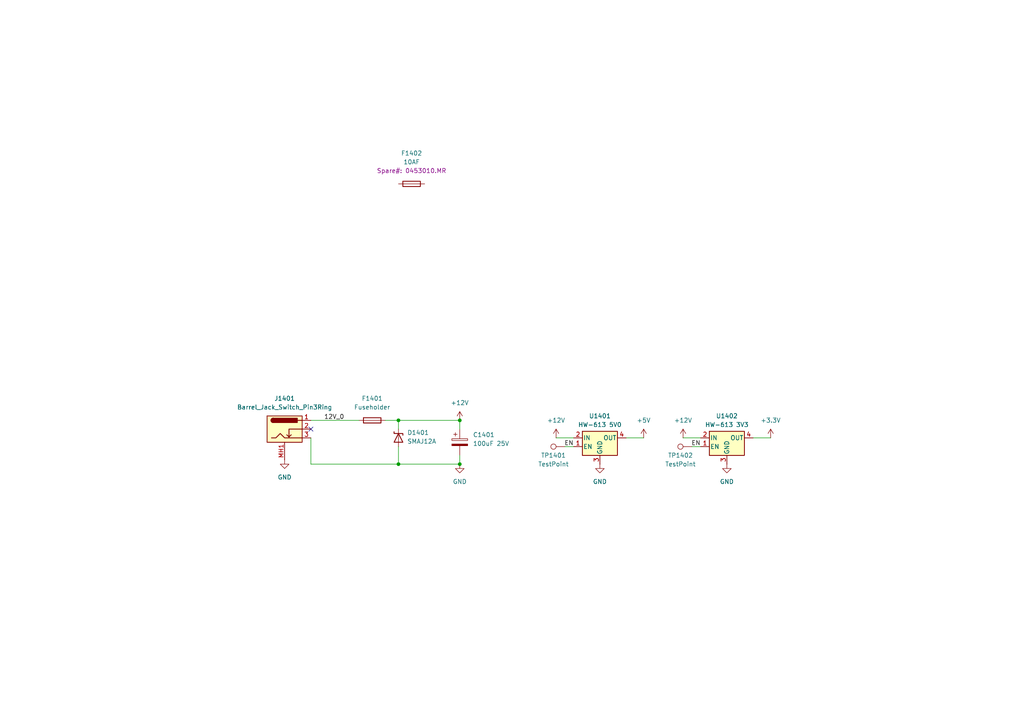
<source format=kicad_sch>
(kicad_sch (version 20231120) (generator "eeschema") (generator_version "8.0")
  (paper "A4")
  (lib_symbols
    (symbol "Connector:TestPoint" (pin_numbers hide) (pin_names (offset 0.762) hide)
      (property "Reference" "TP" (at 0 6.858 0))
      (property "Value" "TestPoint" (at 0 5.08 0))
      (symbol "TestPoint_0_1"
        (circle (center 0 3.302) (radius 0.762))
      )
      (symbol "TestPoint_1_1"
        (pin passive line (at 0 0 90) (length 2.54) (name "1") (number "1"))
      )
    )
    (symbol "DCJ250-15-A-K1-C:Barrel_Jack_Switch_Pin3Ring" (pin_names hide)
      (property "Reference" "J101" (at 0 8.89 0))
      (property "Value" "Barrel_Jack_Switch_Pin3Ring" (at 0 6.35 0))
      (symbol "Barrel_Jack_Switch_Pin3Ring_0_1"
        (rectangle (start -5.08 3.81) (end 5.08 -3.81) (stroke (width 0.254)) (fill (type background)))
        (arc (start -3.302 3.175) (mid -3.9343 2.54) (end -3.302 1.905) (stroke (width 0.254)))
        (arc (start -3.302 3.175) (mid -3.9343 2.54) (end -3.302 1.905) (stroke (width 0.254)) (fill (type outline)))
        (polyline (pts (xy 1.27 -2.286) (xy 1.905 -1.651)) (stroke (width 0.254)))
        (polyline (pts (xy 5.08 2.54) (xy 3.81 2.54)) (stroke (width 0.254)))
        (polyline (pts (xy 5.08 0) (xy 1.27 0) (xy 1.27 -2.286) (xy 0.635 -1.651)) (stroke (width 0.254)))
        (polyline (pts (xy -3.81 -2.54) (xy -2.54 -2.54) (xy -1.27 -1.27) (xy 0 -2.54) (xy 2.54 -2.54) (xy 5.08 -2.54)) (stroke (width 0.254)))
        (rectangle (start 3.683 3.175) (end -3.302 1.905) (stroke (width 0.254)) (fill (type outline)))
      )
      (symbol "Barrel_Jack_Switch_Pin3Ring_1_1"
        (pin passive line (at 7.62 2.54 180) (length 2.54) (name "~") (number "1"))
        (pin passive line (at 7.62 0 180) (length 2.54) (name "~") (number "2"))
        (pin passive line (at 7.62 -2.54 180) (length 2.54) (name "~") (number "3"))
        (pin passive line (at 0 -8.89 90) (length 5.08) (name "~") (number "MH1"))
      )
    )
    (symbol "Device:C_Polarized" (pin_numbers hide) (pin_names (offset 0.254))
      (property "Reference" "C" (at 0.635 2.54 0))
      (property "Value" "C_Polarized" (at 0.635 -2.54 0))
      (symbol "C_Polarized_0_1"
        (rectangle (start -2.286 0.508) (end 2.286 1.016))
        (polyline (pts (xy -1.778 2.286) (xy -0.762 2.286)))
        (polyline (pts (xy -1.27 2.794) (xy -1.27 1.778)))
        (rectangle (start 2.286 -0.508) (end -2.286 -1.016) (fill (type outline)))
      )
      (symbol "C_Polarized_1_1"
        (pin passive line (at 0 3.81 270) (length 2.794) (name "~") (number "1"))
        (pin passive line (at 0 -3.81 90) (length 2.794) (name "~") (number "2"))
      )
    )
    (symbol "Device:Fuse" (pin_numbers hide) (pin_names (offset 0))
      (property "Reference" "F" (at 2.032 0 90))
      (property "Value" "Fuse" (at -1.905 0 90))
      (symbol "Fuse_0_1"
        (rectangle (start -0.762 -2.54) (end 0.762 2.54) (stroke (width 0.254)))
        (polyline (pts (xy 0 2.54) (xy 0 -2.54)))
      )
      (symbol "Fuse_1_1"
        (pin passive line (at 0 3.81 270) (length 1.27) (name "~") (number "1"))
        (pin passive line (at 0 -3.81 90) (length 1.27) (name "~") (number "2"))
      )
    )
    (symbol "HW-613:HW-613" (pin_names (offset 0.254))
      (property "Reference" "U101" (at 0 6.35 0))
      (property "Value" "HW-613 5V" (at 0 3.81 0))
      (symbol "HW-613_0_1"
        (rectangle (start -5.08 1.905) (end 5.08 -5.08) (stroke (width 0.254)) (fill (type background)))
      )
      (symbol "HW-613_1_1"
        (pin power_out line (at -7.62 -2.54 0) (length 2.54) (name "EN") (number "1"))
        (pin power_in line (at -7.62 0 0) (length 2.54) (name "IN") (number "2"))
        (pin power_in line (at 0 -7.62 90) (length 2.54) (name "GND") (number "3"))
        (pin power_out line (at 7.62 0 180) (length 2.54) (name "OUT") (number "4"))
      )
    )
    (symbol "Kharars-KiCAD-lib:D_TVS_UNI" (pin_numbers hide) (pin_names (offset 1.016) hide)
      (property "Reference" "D" (at 0 2.54 0))
      (property "Value" "D_TVS_UNI" (at 0 -2.54 0))
      (symbol "D_TVS_UNI_0_1"
        (polyline (pts (xy -1.27 0) (xy 1.27 1.27) (xy 1.27 -1.27) (xy -1.27 0)) (stroke (width 0.254)))
        (polyline (pts (xy -0.762 1.27) (xy -1.27 1.27) (xy -1.27 -1.27) (xy -1.778 -1.27)) (stroke (width 0.254)))
      )
      (symbol "D_TVS_UNI_1_1"
        (pin passive line (at -2.54 0 0) (length 2.54) (name "A1") (number "1"))
        (pin passive line (at 2.54 0 180) (length 2.54) (name "A2") (number "2"))
      )
    )
    (symbol "power:+12V" (power) (pin_numbers hide) (pin_names (offset 0) hide)
      (property "Value" "+12V" (at 0 3.556 0))
      (symbol "+12V_0_1"
        (polyline (pts (xy -0.762 1.27) (xy 0 2.54)))
        (polyline (pts (xy 0 0) (xy 0 2.54)))
        (polyline (pts (xy 0 2.54) (xy 0.762 1.27)))
      )
      (symbol "+12V_1_1"
        (pin power_in line (at 0 0 90) (length 0) (name "~") (number "1"))
      )
    )
    (symbol "power:+3.3V" (power) (pin_numbers hide) (pin_names (offset 0) hide)
      (property "Value" "+3.3V" (at 0 3.556 0))
      (symbol "+3.3V_0_1"
        (polyline (pts (xy -0.762 1.27) (xy 0 2.54)))
        (polyline (pts (xy 0 0) (xy 0 2.54)))
        (polyline (pts (xy 0 2.54) (xy 0.762 1.27)))
      )
      (symbol "+3.3V_1_1"
        (pin power_in line (at 0 0 90) (length 0) (name "~") (number "1"))
      )
    )
    (symbol "power:+5V" (power) (pin_numbers hide) (pin_names (offset 0) hide)
      (property "Value" "+5V" (at 0 3.556 0))
      (symbol "+5V_0_1"
        (polyline (pts (xy -0.762 1.27) (xy 0 2.54)))
        (polyline (pts (xy 0 0) (xy 0 2.54)))
        (polyline (pts (xy 0 2.54) (xy 0.762 1.27)))
      )
      (symbol "+5V_1_1"
        (pin power_in line (at 0 0 90) (length 0) (name "~") (number "1"))
      )
    )
    (symbol "power:GND" (power) (pin_numbers hide) (pin_names (offset 0) hide)
      (property "Value" "GND" (at 0 -3.81 0))
      (symbol "GND_0_1"
        (polyline (pts (xy 0 0) (xy 0 -1.27) (xy 1.27 -1.27) (xy 0 -2.54) (xy -1.27 -1.27) (xy 0 -1.27)))
      )
      (symbol "GND_1_1"
        (pin power_in line (at 0 0 270) (length 0) (name "~") (number "1"))
      )
    )
  )
  (junction (at 133.35 121.92))
  (junction (at 115.57 121.92))
  (junction (at 133.35 134.62))
  (junction (at 115.57 134.62))
  (no_connect (at 90.17 124.46))
  (wire (pts (xy 90.17 134.62) (xy 115.57 134.62)))
  (wire (pts (xy 181.61 127) (xy 186.69 127)))
  (wire (pts (xy 111.76 121.92) (xy 115.57 121.92)))
  (wire (pts (xy 198.12 127) (xy 203.2 127)))
  (wire (pts (xy 115.57 121.92) (xy 133.35 121.92)))
  (wire (pts (xy 90.17 127) (xy 90.17 134.62)))
  (wire (pts (xy 133.35 121.92) (xy 133.35 124.46)))
  (wire (pts (xy 115.57 121.92) (xy 115.57 124.46)))
  (wire (pts (xy 133.35 132.08) (xy 133.35 134.62)))
  (wire (pts (xy 115.57 129.54) (xy 115.57 134.62)))
  (wire (pts (xy 90.17 121.92) (xy 104.14 121.92)))
  (wire (pts (xy 200.66 129.54) (xy 203.2 129.54)))
  (wire (pts (xy 218.44 127) (xy 223.52 127)))
  (wire (pts (xy 163.83 129.54) (xy 166.37 129.54)))
  (wire (pts (xy 115.57 134.62) (xy 133.35 134.62)))
  (wire (pts (xy 161.29 127) (xy 166.37 127)))
  (label "12V_0" (at 93.98 121.92 0))
  (label "EN" (at 203.2 129.54 180))
  (label "EN" (at 166.37 129.54 180))
  (symbol (lib_id "Connector:TestPoint") (at 200.66 129.54 90) (mirror x) (unit 1)
    (property "Reference" "TP1402" (at 197.358 132.08 90))
    (property "Value" "TestPoint" (at 197.358 134.62 90))
    (property "Footprint" "TestPoint:TestPoint_Pad_D1.5mm" (effects (hide yes)))
    (property "Description" "test point" (effects (hide yes)))
    (property "Mouser Part Number" "-" (effects (hide yes)))
  )
  (symbol (lib_id "power:+3.3V") (at 223.52 127 0) (unit 1)
    (property "Reference" "#PWR01405" (effects (hide yes)))
    (property "Value" "+3.3V" (at 223.52 121.92 0))
    (property "Description" "Power symbol creates a global label with name \"+3.3V\"" (effects (hide yes)))
  )
  (symbol (lib_id "power:GND") (at 133.35 134.62 0) (unit 1)
    (property "Reference" "#PWR01407" (effects (hide yes)))
    (property "Value" "GND" (at 133.35 139.7 0))
    (property "Description" "Power symbol creates a global label with name \"GND\" , ground" (effects (hide yes)))
  )
  (symbol (lib_id "Device:C_Polarized") (at 133.35 128.27 0) (unit 1)
    (property "Reference" "C1401" (at 137.16 126.1109 0) (effects (justify left)))
    (property "Value" "100uF 25V" (at 137.16 128.6509 0) (effects (justify left)))
    (property "Footprint" "Capacitor_SMD:CP_Elec_8x10.5" (effects (hide yes)))
    (property "Description" "Polarized capacitor" (effects (hide yes)))
    (property "Mouser Part Number" "667-EEE-HC1E101P" (effects (hide yes)))
  )
  (symbol (lib_id "power:GND") (at 210.82 134.62 0) (unit 1)
    (property "Reference" "#PWR01409" (effects (hide yes)))
    (property "Value" "GND" (at 210.82 139.7 0))
    (property "Description" "Power symbol creates a global label with name \"GND\" , ground" (effects (hide yes)))
  )
  (symbol (lib_id "HW-613:HW-613") (at 210.82 127 0) (unit 1)
    (property "Reference" "U1402" (at 210.82 120.65 0))
    (property "Value" "HW-613 3V3" (at 210.82 123.19 0))
    (property "Footprint" "Libraries:HW-613" (effects (hide yes)))
    (property "Mouser Part Number" "649-1012938090402ALF" (effects (hide yes)))
  )
  (symbol (lib_id "Device:Fuse") (at 107.95 121.92 270) (unit 1)
    (property "Reference" "F1401" (at 107.95 115.57 90))
    (property "Value" "Fuseholder" (at 107.95 118.11 90))
    (property "Footprint" "Libraries:Fuseholder_Cylinder-5x20mm_Wuerth_696103101002-SMD_Horizontal_Open" (effects (hide yes)))
    (property "Description" "Fuse" (effects (hide yes)))
    (property "Mouser Part Number" "710-696103101002" (effects (hide yes)))
  )
  (symbol (lib_id "power:+12V") (at 161.29 127 0) (unit 1)
    (property "Reference" "#PWR01402" (effects (hide yes)))
    (property "Value" "+12V" (at 161.29 121.92 0))
    (property "Description" "Power symbol creates a global label with name \"+12V\"" (effects (hide yes)))
  )
  (symbol (lib_id "power:+12V") (at 198.12 127 0) (unit 1)
    (property "Reference" "#PWR01404" (effects (hide yes)))
    (property "Value" "+12V" (at 198.12 121.92 0))
    (property "Description" "Power symbol creates a global label with name \"+12V\"" (effects (hide yes)))
  )
  (symbol (lib_id "power:GND") (at 173.99 134.62 0) (unit 1)
    (property "Reference" "#PWR01408" (effects (hide yes)))
    (property "Value" "GND" (at 173.99 139.7 0))
    (property "Description" "Power symbol creates a global label with name \"GND\" , ground" (effects (hide yes)))
  )
  (symbol (lib_id "power:+5V") (at 186.69 127 0) (unit 1)
    (property "Reference" "#PWR01403" (effects (hide yes)))
    (property "Value" "+5V" (at 186.69 121.92 0))
    (property "Description" "Power symbol creates a global label with name \"+5V\"" (effects (hide yes)))
  )
  (symbol (lib_id "HW-613:HW-613") (at 173.99 127 0) (unit 1)
    (property "Reference" "U1401" (at 173.99 120.65 0))
    (property "Value" "HW-613 5V0" (at 173.99 123.19 0))
    (property "Footprint" "Libraries:HW-613" (effects (hide yes)))
    (property "Mouser Part Number" "649-1012938090402ALF" (effects (hide yes)))
  )
  (symbol (lib_id "Connector:TestPoint") (at 163.83 129.54 90) (mirror x) (unit 1)
    (property "Reference" "TP1401" (at 160.528 132.08 90))
    (property "Value" "TestPoint" (at 160.528 134.62 90))
    (property "Footprint" "TestPoint:TestPoint_Pad_D1.5mm" (effects (hide yes)))
    (property "Description" "test point" (effects (hide yes)))
    (property "Mouser Part Number" "-" (effects (hide yes)))
  )
  (symbol (lib_id "power:+12V") (at 133.35 121.92 0) (unit 1)
    (property "Reference" "#PWR01401" (effects (hide yes)))
    (property "Value" "+12V" (at 133.35 116.84 0))
    (property "Description" "Power symbol creates a global label with name \"+12V\"" (effects (hide yes)))
  )
  (symbol (lib_id "power:GND") (at 82.55 133.35 0) (unit 1)
    (property "Reference" "#PWR01406" (effects (hide yes)))
    (property "Value" "GND" (at 82.55 138.43 0))
    (property "Description" "Power symbol creates a global label with name \"GND\" , ground" (effects (hide yes)))
  )
  (symbol (lib_id "Kharars-KiCAD-lib:D_TVS_UNI") (at 115.57 127 270) (unit 1)
    (property "Reference" "D1401" (at 118.11 125.4759 90) (effects (justify left)))
    (property "Value" "SMAJ12A" (at 118.11 128.0159 90) (effects (justify left)))
    (property "Footprint" "Diode_SMD:D_SMA-SMB_Universal_Handsoldering" (effects (hide yes)))
    (property "Description" "Unidirectional transient-voltage-suppression diode" (effects (hide yes)))
    (property "Mouser Part Number" "652-SMAJ12A" (effects (hide yes)))
  )
  (symbol (lib_id "Device:Fuse") (at 119.38 53.34 270) (unit 1)
    (property "Reference" "F1402" (at 119.38 44.45 90))
    (property "Value" "10AF" (at 119.38 46.99 90))
    (property "Footprint" "Kharars-KiCAD-lib:Fuse_Littlefuse-154_holder" (effects (hide yes)))
    (property "Datasheet" "https://octopart.com/0154010.dr-littelfuse-565890?r=sp" (effects (hide yes)))
    (property "Spare#" "0453010.MR" (at 119.38 49.53 90) (show_name yes))
    (property "Manufacturer_Part_Number" "0154010.DR" (effects (hide yes)))
    (property "Mouser Part Number" "576-0154010.DR" (effects (hide yes)))
    (property "Manufacturer_Name" "Littelfuse" (effects (hide yes)))
  )
  (symbol (lib_id "DCJ250-15-A-K1-C:Barrel_Jack_Switch_Pin3Ring") (at 82.55 124.46 0) (unit 1)
    (property "Reference" "J1401" (at 82.55 115.57 0))
    (property "Value" "Barrel_Jack_Switch_Pin3Ring" (at 82.55 118.11 0))
    (property "Footprint" "Libraries:DCJ25015AK1C" (effects (hide yes)))
    (property "Description" "DC Barrel Jack with an internal switch" (effects (hide yes)))
    (property "Mouser Part Number" "490-PJ-036AH-SMT-TR" (effects (hide yes)))
  )
)
</source>
